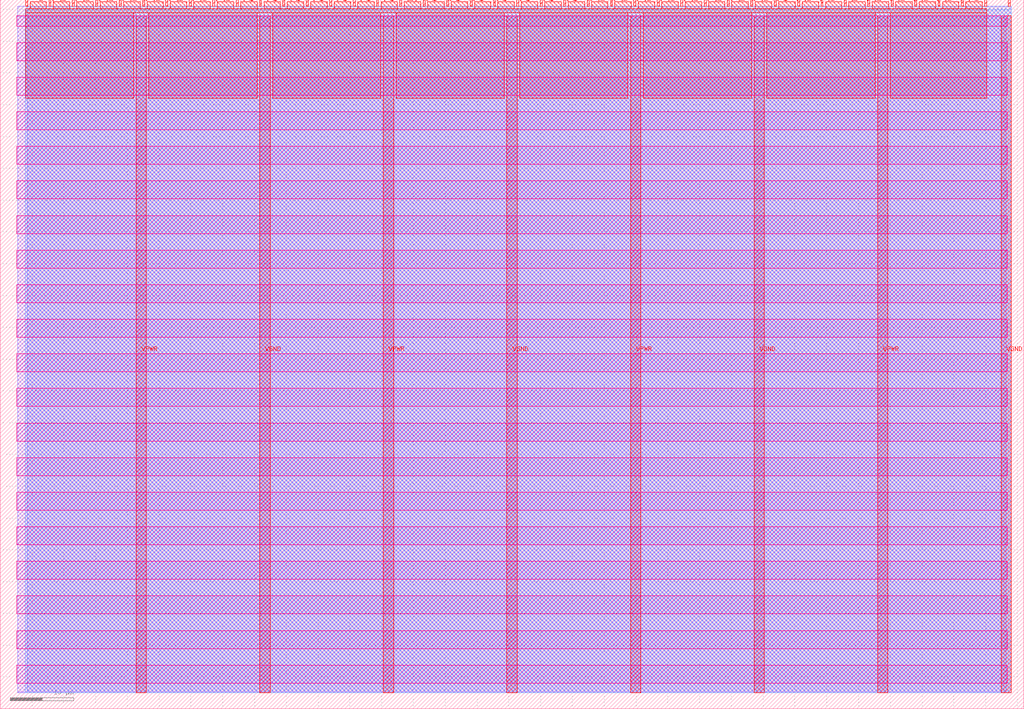
<source format=lef>
VERSION 5.7 ;
  NOWIREEXTENSIONATPIN ON ;
  DIVIDERCHAR "/" ;
  BUSBITCHARS "[]" ;
MACRO tt_um_pckys_game
  CLASS BLOCK ;
  FOREIGN tt_um_pckys_game ;
  ORIGIN 0.000 0.000 ;
  SIZE 161.000 BY 111.520 ;
  PIN VGND
    DIRECTION INOUT ;
    USE GROUND ;
    PORT
      LAYER met4 ;
        RECT 40.830 2.480 42.430 109.040 ;
    END
    PORT
      LAYER met4 ;
        RECT 79.700 2.480 81.300 109.040 ;
    END
    PORT
      LAYER met4 ;
        RECT 118.570 2.480 120.170 109.040 ;
    END
    PORT
      LAYER met4 ;
        RECT 157.440 2.480 159.040 109.040 ;
    END
  END VGND
  PIN VPWR
    DIRECTION INOUT ;
    USE POWER ;
    PORT
      LAYER met4 ;
        RECT 21.395 2.480 22.995 109.040 ;
    END
    PORT
      LAYER met4 ;
        RECT 60.265 2.480 61.865 109.040 ;
    END
    PORT
      LAYER met4 ;
        RECT 99.135 2.480 100.735 109.040 ;
    END
    PORT
      LAYER met4 ;
        RECT 138.005 2.480 139.605 109.040 ;
    END
  END VPWR
  PIN clk
    DIRECTION INPUT ;
    USE SIGNAL ;
    ANTENNAGATEAREA 0.852000 ;
    PORT
      LAYER met4 ;
        RECT 154.870 110.520 155.170 111.520 ;
    END
  END clk
  PIN ena
    DIRECTION INPUT ;
    USE SIGNAL ;
    PORT
      LAYER met4 ;
        RECT 158.550 110.520 158.850 111.520 ;
    END
  END ena
  PIN rst_n
    DIRECTION INPUT ;
    USE SIGNAL ;
    ANTENNAGATEAREA 0.159000 ;
    PORT
      LAYER met4 ;
        RECT 151.190 110.520 151.490 111.520 ;
    END
  END rst_n
  PIN ui_in[0]
    DIRECTION INPUT ;
    USE SIGNAL ;
    ANTENNAGATEAREA 0.196500 ;
    PORT
      LAYER met4 ;
        RECT 147.510 110.520 147.810 111.520 ;
    END
  END ui_in[0]
  PIN ui_in[1]
    DIRECTION INPUT ;
    USE SIGNAL ;
    ANTENNAGATEAREA 0.196500 ;
    PORT
      LAYER met4 ;
        RECT 143.830 110.520 144.130 111.520 ;
    END
  END ui_in[1]
  PIN ui_in[2]
    DIRECTION INPUT ;
    USE SIGNAL ;
    ANTENNAGATEAREA 0.196500 ;
    PORT
      LAYER met4 ;
        RECT 140.150 110.520 140.450 111.520 ;
    END
  END ui_in[2]
  PIN ui_in[3]
    DIRECTION INPUT ;
    USE SIGNAL ;
    ANTENNAGATEAREA 0.196500 ;
    PORT
      LAYER met4 ;
        RECT 136.470 110.520 136.770 111.520 ;
    END
  END ui_in[3]
  PIN ui_in[4]
    DIRECTION INPUT ;
    USE SIGNAL ;
    ANTENNAGATEAREA 0.196500 ;
    PORT
      LAYER met4 ;
        RECT 132.790 110.520 133.090 111.520 ;
    END
  END ui_in[4]
  PIN ui_in[5]
    DIRECTION INPUT ;
    USE SIGNAL ;
    ANTENNAGATEAREA 0.196500 ;
    PORT
      LAYER met4 ;
        RECT 129.110 110.520 129.410 111.520 ;
    END
  END ui_in[5]
  PIN ui_in[6]
    DIRECTION INPUT ;
    USE SIGNAL ;
    ANTENNAGATEAREA 0.196500 ;
    PORT
      LAYER met4 ;
        RECT 125.430 110.520 125.730 111.520 ;
    END
  END ui_in[6]
  PIN ui_in[7]
    DIRECTION INPUT ;
    USE SIGNAL ;
    ANTENNAGATEAREA 0.196500 ;
    PORT
      LAYER met4 ;
        RECT 121.750 110.520 122.050 111.520 ;
    END
  END ui_in[7]
  PIN uio_in[0]
    DIRECTION INPUT ;
    USE SIGNAL ;
    PORT
      LAYER met4 ;
        RECT 118.070 110.520 118.370 111.520 ;
    END
  END uio_in[0]
  PIN uio_in[1]
    DIRECTION INPUT ;
    USE SIGNAL ;
    PORT
      LAYER met4 ;
        RECT 114.390 110.520 114.690 111.520 ;
    END
  END uio_in[1]
  PIN uio_in[2]
    DIRECTION INPUT ;
    USE SIGNAL ;
    PORT
      LAYER met4 ;
        RECT 110.710 110.520 111.010 111.520 ;
    END
  END uio_in[2]
  PIN uio_in[3]
    DIRECTION INPUT ;
    USE SIGNAL ;
    PORT
      LAYER met4 ;
        RECT 107.030 110.520 107.330 111.520 ;
    END
  END uio_in[3]
  PIN uio_in[4]
    DIRECTION INPUT ;
    USE SIGNAL ;
    PORT
      LAYER met4 ;
        RECT 103.350 110.520 103.650 111.520 ;
    END
  END uio_in[4]
  PIN uio_in[5]
    DIRECTION INPUT ;
    USE SIGNAL ;
    PORT
      LAYER met4 ;
        RECT 99.670 110.520 99.970 111.520 ;
    END
  END uio_in[5]
  PIN uio_in[6]
    DIRECTION INPUT ;
    USE SIGNAL ;
    PORT
      LAYER met4 ;
        RECT 95.990 110.520 96.290 111.520 ;
    END
  END uio_in[6]
  PIN uio_in[7]
    DIRECTION INPUT ;
    USE SIGNAL ;
    PORT
      LAYER met4 ;
        RECT 92.310 110.520 92.610 111.520 ;
    END
  END uio_in[7]
  PIN uio_oe[0]
    DIRECTION OUTPUT TRISTATE ;
    USE SIGNAL ;
    PORT
      LAYER met4 ;
        RECT 29.750 110.520 30.050 111.520 ;
    END
  END uio_oe[0]
  PIN uio_oe[1]
    DIRECTION OUTPUT TRISTATE ;
    USE SIGNAL ;
    PORT
      LAYER met4 ;
        RECT 26.070 110.520 26.370 111.520 ;
    END
  END uio_oe[1]
  PIN uio_oe[2]
    DIRECTION OUTPUT TRISTATE ;
    USE SIGNAL ;
    PORT
      LAYER met4 ;
        RECT 22.390 110.520 22.690 111.520 ;
    END
  END uio_oe[2]
  PIN uio_oe[3]
    DIRECTION OUTPUT TRISTATE ;
    USE SIGNAL ;
    PORT
      LAYER met4 ;
        RECT 18.710 110.520 19.010 111.520 ;
    END
  END uio_oe[3]
  PIN uio_oe[4]
    DIRECTION OUTPUT TRISTATE ;
    USE SIGNAL ;
    PORT
      LAYER met4 ;
        RECT 15.030 110.520 15.330 111.520 ;
    END
  END uio_oe[4]
  PIN uio_oe[5]
    DIRECTION OUTPUT TRISTATE ;
    USE SIGNAL ;
    PORT
      LAYER met4 ;
        RECT 11.350 110.520 11.650 111.520 ;
    END
  END uio_oe[5]
  PIN uio_oe[6]
    DIRECTION OUTPUT TRISTATE ;
    USE SIGNAL ;
    PORT
      LAYER met4 ;
        RECT 7.670 110.520 7.970 111.520 ;
    END
  END uio_oe[6]
  PIN uio_oe[7]
    DIRECTION OUTPUT TRISTATE ;
    USE SIGNAL ;
    PORT
      LAYER met4 ;
        RECT 3.990 110.520 4.290 111.520 ;
    END
  END uio_oe[7]
  PIN uio_out[0]
    DIRECTION OUTPUT TRISTATE ;
    USE SIGNAL ;
    PORT
      LAYER met4 ;
        RECT 59.190 110.520 59.490 111.520 ;
    END
  END uio_out[0]
  PIN uio_out[1]
    DIRECTION OUTPUT TRISTATE ;
    USE SIGNAL ;
    PORT
      LAYER met4 ;
        RECT 55.510 110.520 55.810 111.520 ;
    END
  END uio_out[1]
  PIN uio_out[2]
    DIRECTION OUTPUT TRISTATE ;
    USE SIGNAL ;
    PORT
      LAYER met4 ;
        RECT 51.830 110.520 52.130 111.520 ;
    END
  END uio_out[2]
  PIN uio_out[3]
    DIRECTION OUTPUT TRISTATE ;
    USE SIGNAL ;
    PORT
      LAYER met4 ;
        RECT 48.150 110.520 48.450 111.520 ;
    END
  END uio_out[3]
  PIN uio_out[4]
    DIRECTION OUTPUT TRISTATE ;
    USE SIGNAL ;
    PORT
      LAYER met4 ;
        RECT 44.470 110.520 44.770 111.520 ;
    END
  END uio_out[4]
  PIN uio_out[5]
    DIRECTION OUTPUT TRISTATE ;
    USE SIGNAL ;
    PORT
      LAYER met4 ;
        RECT 40.790 110.520 41.090 111.520 ;
    END
  END uio_out[5]
  PIN uio_out[6]
    DIRECTION OUTPUT TRISTATE ;
    USE SIGNAL ;
    PORT
      LAYER met4 ;
        RECT 37.110 110.520 37.410 111.520 ;
    END
  END uio_out[6]
  PIN uio_out[7]
    DIRECTION OUTPUT TRISTATE ;
    USE SIGNAL ;
    PORT
      LAYER met4 ;
        RECT 33.430 110.520 33.730 111.520 ;
    END
  END uio_out[7]
  PIN uo_out[0]
    DIRECTION OUTPUT TRISTATE ;
    USE SIGNAL ;
    ANTENNADIFFAREA 0.911000 ;
    PORT
      LAYER met4 ;
        RECT 88.630 110.520 88.930 111.520 ;
    END
  END uo_out[0]
  PIN uo_out[1]
    DIRECTION OUTPUT TRISTATE ;
    USE SIGNAL ;
    ANTENNADIFFAREA 0.445500 ;
    PORT
      LAYER met4 ;
        RECT 84.950 110.520 85.250 111.520 ;
    END
  END uo_out[1]
  PIN uo_out[2]
    DIRECTION OUTPUT TRISTATE ;
    USE SIGNAL ;
    ANTENNADIFFAREA 0.445500 ;
    PORT
      LAYER met4 ;
        RECT 81.270 110.520 81.570 111.520 ;
    END
  END uo_out[2]
  PIN uo_out[3]
    DIRECTION OUTPUT TRISTATE ;
    USE SIGNAL ;
    ANTENNADIFFAREA 0.891000 ;
    PORT
      LAYER met4 ;
        RECT 77.590 110.520 77.890 111.520 ;
    END
  END uo_out[3]
  PIN uo_out[4]
    DIRECTION OUTPUT TRISTATE ;
    USE SIGNAL ;
    ANTENNADIFFAREA 1.431000 ;
    PORT
      LAYER met4 ;
        RECT 73.910 110.520 74.210 111.520 ;
    END
  END uo_out[4]
  PIN uo_out[5]
    DIRECTION OUTPUT TRISTATE ;
    USE SIGNAL ;
    ANTENNADIFFAREA 0.795200 ;
    PORT
      LAYER met4 ;
        RECT 70.230 110.520 70.530 111.520 ;
    END
  END uo_out[5]
  PIN uo_out[6]
    DIRECTION OUTPUT TRISTATE ;
    USE SIGNAL ;
    ANTENNAGATEAREA 0.247500 ;
    ANTENNADIFFAREA 1.431000 ;
    PORT
      LAYER met4 ;
        RECT 66.550 110.520 66.850 111.520 ;
    END
  END uo_out[6]
  PIN uo_out[7]
    DIRECTION OUTPUT TRISTATE ;
    USE SIGNAL ;
    ANTENNADIFFAREA 0.891000 ;
    PORT
      LAYER met4 ;
        RECT 62.870 110.520 63.170 111.520 ;
    END
  END uo_out[7]
  OBS
      LAYER nwell ;
        RECT 2.570 107.385 158.430 108.990 ;
        RECT 2.570 101.945 158.430 104.775 ;
        RECT 2.570 96.505 158.430 99.335 ;
        RECT 2.570 91.065 158.430 93.895 ;
        RECT 2.570 85.625 158.430 88.455 ;
        RECT 2.570 80.185 158.430 83.015 ;
        RECT 2.570 74.745 158.430 77.575 ;
        RECT 2.570 69.305 158.430 72.135 ;
        RECT 2.570 63.865 158.430 66.695 ;
        RECT 2.570 58.425 158.430 61.255 ;
        RECT 2.570 52.985 158.430 55.815 ;
        RECT 2.570 47.545 158.430 50.375 ;
        RECT 2.570 42.105 158.430 44.935 ;
        RECT 2.570 36.665 158.430 39.495 ;
        RECT 2.570 31.225 158.430 34.055 ;
        RECT 2.570 25.785 158.430 28.615 ;
        RECT 2.570 20.345 158.430 23.175 ;
        RECT 2.570 14.905 158.430 17.735 ;
        RECT 2.570 9.465 158.430 12.295 ;
        RECT 2.570 4.025 158.430 6.855 ;
      LAYER li1 ;
        RECT 2.760 2.635 158.240 108.885 ;
      LAYER met1 ;
        RECT 2.760 2.480 159.040 110.460 ;
      LAYER met2 ;
        RECT 4.230 2.535 159.010 110.490 ;
      LAYER met3 ;
        RECT 3.950 2.555 159.030 109.985 ;
      LAYER met4 ;
        RECT 4.690 110.120 7.270 111.170 ;
        RECT 8.370 110.120 10.950 111.170 ;
        RECT 12.050 110.120 14.630 111.170 ;
        RECT 15.730 110.120 18.310 111.170 ;
        RECT 19.410 110.120 21.990 111.170 ;
        RECT 23.090 110.120 25.670 111.170 ;
        RECT 26.770 110.120 29.350 111.170 ;
        RECT 30.450 110.120 33.030 111.170 ;
        RECT 34.130 110.120 36.710 111.170 ;
        RECT 37.810 110.120 40.390 111.170 ;
        RECT 41.490 110.120 44.070 111.170 ;
        RECT 45.170 110.120 47.750 111.170 ;
        RECT 48.850 110.120 51.430 111.170 ;
        RECT 52.530 110.120 55.110 111.170 ;
        RECT 56.210 110.120 58.790 111.170 ;
        RECT 59.890 110.120 62.470 111.170 ;
        RECT 63.570 110.120 66.150 111.170 ;
        RECT 67.250 110.120 69.830 111.170 ;
        RECT 70.930 110.120 73.510 111.170 ;
        RECT 74.610 110.120 77.190 111.170 ;
        RECT 78.290 110.120 80.870 111.170 ;
        RECT 81.970 110.120 84.550 111.170 ;
        RECT 85.650 110.120 88.230 111.170 ;
        RECT 89.330 110.120 91.910 111.170 ;
        RECT 93.010 110.120 95.590 111.170 ;
        RECT 96.690 110.120 99.270 111.170 ;
        RECT 100.370 110.120 102.950 111.170 ;
        RECT 104.050 110.120 106.630 111.170 ;
        RECT 107.730 110.120 110.310 111.170 ;
        RECT 111.410 110.120 113.990 111.170 ;
        RECT 115.090 110.120 117.670 111.170 ;
        RECT 118.770 110.120 121.350 111.170 ;
        RECT 122.450 110.120 125.030 111.170 ;
        RECT 126.130 110.120 128.710 111.170 ;
        RECT 129.810 110.120 132.390 111.170 ;
        RECT 133.490 110.120 136.070 111.170 ;
        RECT 137.170 110.120 139.750 111.170 ;
        RECT 140.850 110.120 143.430 111.170 ;
        RECT 144.530 110.120 147.110 111.170 ;
        RECT 148.210 110.120 150.790 111.170 ;
        RECT 151.890 110.120 154.470 111.170 ;
        RECT 3.975 109.440 155.185 110.120 ;
        RECT 3.975 96.055 20.995 109.440 ;
        RECT 23.395 96.055 40.430 109.440 ;
        RECT 42.830 96.055 59.865 109.440 ;
        RECT 62.265 96.055 79.300 109.440 ;
        RECT 81.700 96.055 98.735 109.440 ;
        RECT 101.135 96.055 118.170 109.440 ;
        RECT 120.570 96.055 137.605 109.440 ;
        RECT 140.005 96.055 155.185 109.440 ;
  END
END tt_um_pckys_game
END LIBRARY


</source>
